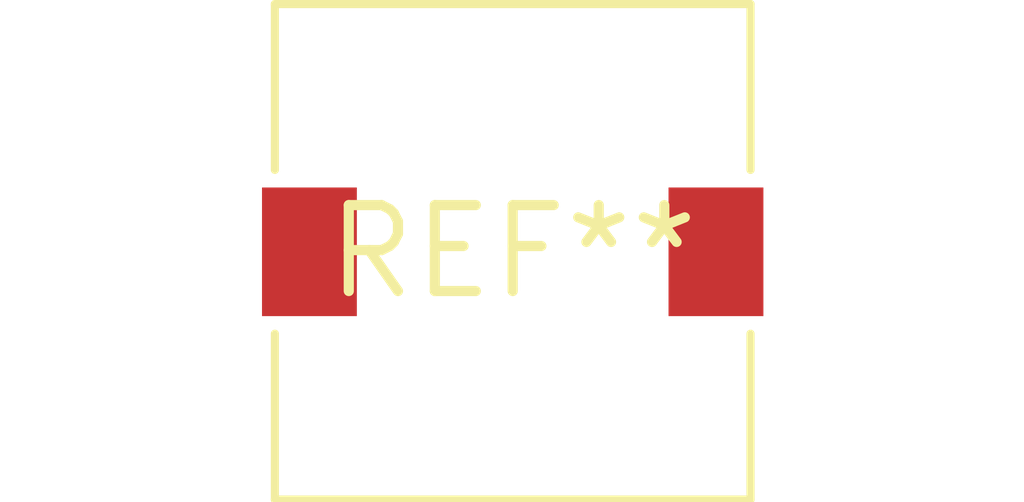
<source format=kicad_pcb>
(kicad_pcb (version 20240108) (generator pcbnew)
  (layers (0 "F.Cu" signal) (31 "B.Cu" signal) (34 "B.Paste" user) (35 "F.Paste" user) (36 "B.SilkS" user "B.Silkscreen") (37 "F.SilkS" user "F.Silkscreen") (38 "B.Mask" user) (39 "F.Mask" user) (44 "Edge.Cuts" user))
  (net 0 "")
  (footprint "L_SXN_SMDRI62" (layer "F.Cu") (at 0 0)
    (property "Reference" "REF**")
    (property "Value" "L_SXN_SMDRI62")
    (fp_line (start -3.51 -3.66) (end -3.51 -1.21) (layer "F.SilkS") (stroke (width 0.12)))
    (fp_line (start -3.51 -3.66) (end 3.51 -3.66) (layer "F.SilkS") (stroke (width 0.12)))
    (fp_line (start -3.51 3.66) (end -3.51 1.21) (layer "F.SilkS") (stroke (width 0.12)))
    (fp_line (start -3.51 3.66) (end 3.51 3.66) (layer "F.SilkS") (stroke (width 0.12)))
    (fp_line (start 3.51 -3.66) (end 3.51 -1.21) (layer "F.SilkS") (stroke (width 0.12)))
    (fp_line (start 3.51 3.66) (end 3.51 1.21) (layer "F.SilkS") (stroke (width 0.12)))
    (pad "1" smd rect (at -3 0) (size 1.4 1.9) (layers "F.Cu" "F.Paste" "F.Mask"))
    (pad "2" smd rect (at 3 0) (size 1.4 1.9) (layers "F.Cu" "F.Paste" "F.Mask"))
  )
)
</source>
